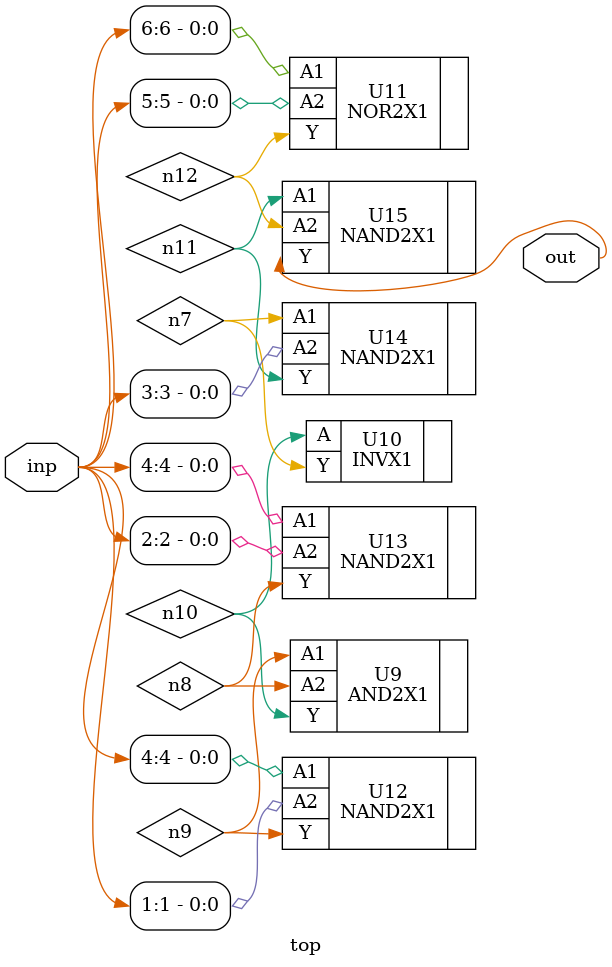
<source format=sv>


module top ( inp, out );
  input [6:0] inp;
  output out;
  wire   n7, n8, n9, n10, n11, n12;

  AND2X1 U9 ( .A1(n9), .A2(n8), .Y(n10) );
  INVX1 U10 ( .A(n10), .Y(n7) );
  NOR2X1 U11 ( .A1(inp[6]), .A2(inp[5]), .Y(n12) );
  NAND2X1 U12 ( .A1(inp[4]), .A2(inp[1]), .Y(n9) );
  NAND2X1 U13 ( .A1(inp[4]), .A2(inp[2]), .Y(n8) );
  NAND2X1 U14 ( .A1(n7), .A2(inp[3]), .Y(n11) );
  NAND2X1 U15 ( .A1(n11), .A2(n12), .Y(out) );
endmodule


</source>
